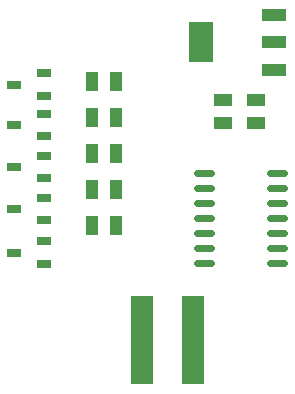
<source format=gtp>
G04 Layer: TopPasteMaskLayer*
G04 EasyEDA v6.4.14, 2021-02-02T13:22:32--5:00*
G04 91b0255ed1064b2dbadafc5a096163c1,d79a69aa59da4e1fbb9b7d465b79b5da,10*
G04 Gerber Generator version 0.2*
G04 Scale: 100 percent, Rotated: No, Reflected: No *
G04 Dimensions in millimeters *
G04 leading zeros omitted , absolute positions ,4 integer and 5 decimal *
%FSLAX45Y45*%
%MOMM*%

%ADD12C,0.6000*%
%ADD15R,1.2500X0.7000*%
%ADD17R,1.5500X1.0000*%
%ADD18R,2.1590X1.0922*%
%ADD19R,2.1590X3.5052*%
%ADD20R,1.9000X7.5000*%

%LPD*%
D12*
X2421707Y1041400D02*
G01*
X2541706Y1041400D01*
X2421707Y1168400D02*
G01*
X2541706Y1168400D01*
X2421707Y1295400D02*
G01*
X2541706Y1295400D01*
X2421707Y1422400D02*
G01*
X2541706Y1422400D01*
X2421707Y1549400D02*
G01*
X2541706Y1549400D01*
X2421707Y1676400D02*
G01*
X2541706Y1676400D01*
X2421707Y1803400D02*
G01*
X2541706Y1803400D01*
X1801693Y1041400D02*
G01*
X1921692Y1041400D01*
X1801693Y1168400D02*
G01*
X1921692Y1168400D01*
X1801693Y1295400D02*
G01*
X1921692Y1295400D01*
X1801693Y1422400D02*
G01*
X1921692Y1422400D01*
X1801693Y1549400D02*
G01*
X1921692Y1549400D01*
X1801693Y1676400D02*
G01*
X1921692Y1676400D01*
X1801693Y1803400D02*
G01*
X1921692Y1803400D01*
D15*
G01*
X256031Y2552700D03*
G01*
X505968Y2647695D03*
G01*
X505968Y2457704D03*
G01*
X256031Y2209800D03*
G01*
X505968Y2304795D03*
G01*
X505968Y2114804D03*
G01*
X256031Y1854200D03*
G01*
X505968Y1949195D03*
G01*
X505968Y1759204D03*
G01*
X256031Y1498600D03*
G01*
X505968Y1593595D03*
G01*
X505968Y1403604D03*
G01*
X256031Y1130300D03*
G01*
X505968Y1225295D03*
G01*
X505968Y1035304D03*
G36*
X1065999Y2655600D02*
G01*
X1165999Y2655600D01*
X1165999Y2500599D01*
X1065999Y2500599D01*
G37*
G36*
X866000Y2655600D02*
G01*
X966000Y2655600D01*
X966000Y2500599D01*
X866000Y2500599D01*
G37*
G36*
X1065999Y2350800D02*
G01*
X1165999Y2350800D01*
X1165999Y2195799D01*
X1065999Y2195799D01*
G37*
G36*
X866000Y2350800D02*
G01*
X966000Y2350800D01*
X966000Y2195799D01*
X866000Y2195799D01*
G37*
G36*
X1065999Y2046000D02*
G01*
X1165999Y2046000D01*
X1165999Y1890999D01*
X1065999Y1890999D01*
G37*
G36*
X866000Y2046000D02*
G01*
X966000Y2046000D01*
X966000Y1890999D01*
X866000Y1890999D01*
G37*
G36*
X1065999Y1741200D02*
G01*
X1165999Y1741200D01*
X1165999Y1586199D01*
X1065999Y1586199D01*
G37*
G36*
X866000Y1741200D02*
G01*
X966000Y1741200D01*
X966000Y1586199D01*
X866000Y1586199D01*
G37*
G36*
X1065999Y1436400D02*
G01*
X1165999Y1436400D01*
X1165999Y1281399D01*
X1065999Y1281399D01*
G37*
G36*
X866000Y1436400D02*
G01*
X966000Y1436400D01*
X966000Y1281399D01*
X866000Y1281399D01*
G37*
D17*
G01*
X2298700Y2224100D03*
G01*
X2298700Y2424099D03*
G01*
X2019300Y2224100D03*
G01*
X2019300Y2424099D03*
D18*
G01*
X2456179Y2678429D03*
G01*
X2456179Y2909570D03*
G01*
X2456179Y3138170D03*
D19*
G01*
X1836420Y2909570D03*
D20*
G01*
X1771904Y387095D03*
G01*
X1337310Y387095D03*
M02*

</source>
